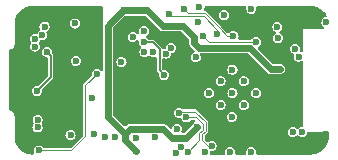
<source format=gbr>
%TF.GenerationSoftware,KiCad,Pcbnew,(6.0.4)*%
%TF.CreationDate,2022-08-13T13:22:29+02:00*%
%TF.ProjectId,mta1_usb,6d746131-5f75-4736-922e-6b696361645f,rev?*%
%TF.SameCoordinates,Original*%
%TF.FileFunction,Copper,L3,Inr*%
%TF.FilePolarity,Positive*%
%FSLAX46Y46*%
G04 Gerber Fmt 4.6, Leading zero omitted, Abs format (unit mm)*
G04 Created by KiCad (PCBNEW (6.0.4)) date 2022-08-13 13:22:29*
%MOMM*%
%LPD*%
G01*
G04 APERTURE LIST*
%TA.AperFunction,ViaPad*%
%ADD10C,0.600000*%
%TD*%
%TA.AperFunction,Conductor*%
%ADD11C,0.125000*%
%TD*%
%TA.AperFunction,Conductor*%
%ADD12C,0.600000*%
%TD*%
%TA.AperFunction,Conductor*%
%ADD13C,0.200000*%
%TD*%
G04 APERTURE END LIST*
D10*
%TO.N,GND*%
X108951563Y-98787032D03*
X113700000Y-91262489D03*
X126850000Y-89100000D03*
X109499292Y-92457430D03*
X105643750Y-92350000D03*
X116550000Y-100100000D03*
X102200000Y-90500000D03*
X107017510Y-95517510D03*
X112200000Y-91600000D03*
X117900000Y-96100000D03*
X116900000Y-95100000D03*
X114190950Y-98140450D03*
X110450000Y-90350000D03*
X116107816Y-87836928D03*
X119850000Y-94100000D03*
X118900000Y-93100000D03*
X102800000Y-90200000D03*
X102987526Y-89456771D03*
X124200000Y-91350000D03*
X102200000Y-91150000D03*
X114136045Y-100136045D03*
X111450000Y-91600000D03*
X113250000Y-91750000D03*
X114521610Y-99650000D03*
X117900000Y-94100000D03*
X105593750Y-89200000D03*
X118900000Y-95100000D03*
X122700000Y-89500000D03*
X105191730Y-98653959D03*
X120500000Y-87950000D03*
X119850000Y-96100000D03*
X102400000Y-98000000D03*
X102400000Y-97350000D03*
X124500000Y-92000000D03*
X120900000Y-95100000D03*
X111400000Y-89850000D03*
X115800000Y-92050000D03*
X118850000Y-97100000D03*
%TO.N,+5V*%
X105543750Y-88200000D03*
X105593750Y-91250000D03*
X102500000Y-91950000D03*
X103500000Y-98000000D03*
X102300000Y-92650000D03*
X102350000Y-95700000D03*
X102800000Y-88050000D03*
X102350000Y-96450000D03*
%TO.N,+3V3*%
X114700000Y-93400000D03*
X123371981Y-90871981D03*
X111400000Y-88850000D03*
X119365412Y-89676255D03*
X107200000Y-98550000D03*
X123522528Y-93677472D03*
X116836928Y-98892184D03*
X109550000Y-96150000D03*
X114599988Y-90338489D03*
X109543750Y-91350000D03*
X109350000Y-97050000D03*
X109400000Y-95350000D03*
X120050000Y-90000000D03*
X126850000Y-98600000D03*
X113700000Y-90150000D03*
%TO.N,+2V5*%
X111400000Y-90800000D03*
X113100000Y-93550000D03*
X108100000Y-98800000D03*
%TO.N,+1V2*%
X122900238Y-93064220D03*
X115875683Y-97957964D03*
X110732513Y-99969111D03*
X109750000Y-88100000D03*
%TO.N,APP_CDONE*%
X122750000Y-90450000D03*
%TO.N,APP_CRESET*%
X116400000Y-90250000D03*
X120896377Y-90771778D03*
%TO.N,APP_ICE_SCK*%
X113500000Y-88388000D03*
X117562000Y-90050000D03*
%TO.N,SPI_VCC_OK*%
X107400000Y-93450000D03*
X102500000Y-99950000D03*
%TO.N,TX*%
X110707631Y-98894377D03*
%TO.N,Net-(P1-PadA5)*%
X102346800Y-94903200D03*
X103206258Y-91637342D03*
%TO.N,APP_ICE_SS*%
X118183368Y-88496982D03*
%TO.N,APP_ICE_MOSI*%
X115986240Y-89094334D03*
%TO.N,APP_ICE_MISO*%
X118984579Y-90263000D03*
X114756811Y-87993272D03*
%TO.N,RX*%
X112300000Y-98850000D03*
%TO.N,RTS*%
X115001531Y-97152723D03*
X115150000Y-100050000D03*
%TO.N,CTS*%
X117134427Y-99569435D03*
X114400000Y-96762000D03*
%TO.N,APP_GPIO1*%
X118700000Y-100050000D03*
%TO.N,APP_GPIO2*%
X120500000Y-100050000D03*
%TO.N,APP_GPIO3*%
X124000000Y-98400500D03*
%TO.N,APP_GPIO4*%
X124796800Y-98396800D03*
%TD*%
D11*
%TO.N,CTS*%
X115765712Y-96665712D02*
X114496288Y-96665712D01*
X116349917Y-98600083D02*
X116650000Y-98300000D01*
X116650000Y-97550000D02*
X115765712Y-96665712D01*
X116349917Y-99093912D02*
X116349917Y-98600083D01*
X116650000Y-98300000D02*
X116650000Y-97550000D01*
X116825440Y-99569435D02*
X116349917Y-99093912D01*
X117134427Y-99569435D02*
X116825440Y-99569435D01*
X114496288Y-96665712D02*
X114400000Y-96762000D01*
%TO.N,RTS*%
X115852723Y-97152723D02*
X115001531Y-97152723D01*
X116400000Y-98197126D02*
X116400000Y-97700000D01*
X116400000Y-97700000D02*
X115852723Y-97152723D01*
X116100397Y-99099603D02*
X116100398Y-98496728D01*
X116100398Y-98496728D02*
X116400000Y-98197126D01*
X115150000Y-100050000D02*
X116100397Y-99099603D01*
D12*
%TO.N,+1V2*%
X110224511Y-98125489D02*
X109800000Y-98550000D01*
X113800000Y-98900000D02*
X113025489Y-98125489D01*
X113025489Y-98125489D02*
X110224511Y-98125489D01*
X114933647Y-98900000D02*
X113800000Y-98900000D01*
X115875683Y-97957964D02*
X114933647Y-98900000D01*
X108350000Y-89400000D02*
X109650000Y-88100000D01*
X108350000Y-97100000D02*
X108350000Y-89400000D01*
X109800000Y-98550000D02*
X108350000Y-97100000D01*
X109650000Y-88100000D02*
X109750000Y-88100000D01*
D11*
%TO.N,SPI_VCC_OK*%
X106450000Y-98750000D02*
X105250000Y-99950000D01*
X107400000Y-93450000D02*
X106450000Y-94400000D01*
X105250000Y-99950000D02*
X102500000Y-99950000D01*
X106450000Y-94400000D02*
X106450000Y-98750000D01*
D12*
%TO.N,+1V2*%
X109800000Y-99036598D02*
X109800000Y-98550000D01*
X110732513Y-99969111D02*
X109800000Y-99036598D01*
D11*
%TO.N,APP_ICE_MISO*%
X117811519Y-89610780D02*
X117811519Y-89608645D01*
X118463739Y-90263000D02*
X117811519Y-89610780D01*
X116552874Y-88350000D02*
X115113539Y-88350000D01*
X118984579Y-90263000D02*
X118463739Y-90263000D01*
X117811519Y-89608645D02*
X116552874Y-88350000D01*
X115113539Y-88350000D02*
X114756811Y-87993272D01*
%TO.N,APP_ICE_SCK*%
X117562000Y-89712000D02*
X116457323Y-88607323D01*
X117562000Y-90050000D02*
X117562000Y-89712000D01*
X116457323Y-88607323D02*
X113719323Y-88607323D01*
X113719323Y-88607323D02*
X113500000Y-88388000D01*
D13*
%TO.N,+2V5*%
X112141772Y-90800000D02*
X111400000Y-90800000D01*
X112724511Y-93174511D02*
X112724511Y-91382739D01*
X112724511Y-91382739D02*
X112141772Y-90800000D01*
X113100000Y-93550000D02*
X112724511Y-93174511D01*
D12*
%TO.N,+1V2*%
X114725489Y-89425489D02*
X115650000Y-90350000D01*
X113025489Y-89425489D02*
X114725489Y-89425489D01*
X115650000Y-90850000D02*
X116050000Y-91250000D01*
X111700000Y-88100000D02*
X113025489Y-89425489D01*
X115650000Y-90350000D02*
X115650000Y-90850000D01*
X109750000Y-88100000D02*
X111700000Y-88100000D01*
X122164220Y-93064220D02*
X122900238Y-93064220D01*
X120350000Y-91250000D02*
X122164220Y-93064220D01*
X116050000Y-91250000D02*
X120350000Y-91250000D01*
D11*
%TO.N,APP_CRESET*%
X116900000Y-90750000D02*
X116400000Y-90250000D01*
X120874599Y-90750000D02*
X116900000Y-90750000D01*
X120896377Y-90771778D02*
X120874599Y-90750000D01*
D13*
%TO.N,Net-(P1-PadA5)*%
X103500000Y-93750000D02*
X102346800Y-94903200D01*
X103500000Y-91931084D02*
X103500000Y-93750000D01*
X103206258Y-91637342D02*
X103500000Y-91931084D01*
%TD*%
%TA.AperFunction,Conductor*%
%TO.N,+5V*%
G36*
X107892121Y-87720502D02*
G01*
X107938614Y-87774158D01*
X107950000Y-87826500D01*
X107950000Y-89222025D01*
X107944076Y-89259425D01*
X107940281Y-89266874D01*
X107938264Y-89279610D01*
X107936528Y-89290570D01*
X107931914Y-89309790D01*
X107924500Y-89332607D01*
X107924500Y-93068562D01*
X107904498Y-93136683D01*
X107850842Y-93183176D01*
X107780568Y-93193280D01*
X107715988Y-93163786D01*
X107709405Y-93157657D01*
X107653220Y-93101472D01*
X107533126Y-93040281D01*
X107523337Y-93038731D01*
X107523335Y-93038730D01*
X107409793Y-93020747D01*
X107400000Y-93019196D01*
X107390207Y-93020747D01*
X107276665Y-93038730D01*
X107276663Y-93038731D01*
X107266874Y-93040281D01*
X107146780Y-93101472D01*
X107051472Y-93196780D01*
X106990281Y-93316874D01*
X106969196Y-93450000D01*
X106970747Y-93459793D01*
X106981704Y-93528972D01*
X106972604Y-93599383D01*
X106946350Y-93637778D01*
X106340166Y-94243962D01*
X106339628Y-94244442D01*
X106329957Y-94249086D01*
X106321096Y-94260166D01*
X106321095Y-94260167D01*
X106314013Y-94269023D01*
X106309120Y-94274490D01*
X106307078Y-94277050D01*
X106302076Y-94282052D01*
X106298312Y-94288041D01*
X106295921Y-94291038D01*
X106292047Y-94296490D01*
X106276387Y-94316072D01*
X106273902Y-94326879D01*
X106268002Y-94336266D01*
X106266408Y-94350364D01*
X106265187Y-94361162D01*
X106264012Y-94368037D01*
X106263598Y-94371688D01*
X106262000Y-94378637D01*
X106262000Y-94385771D01*
X106261607Y-94389235D01*
X106261202Y-94396411D01*
X106258366Y-94421495D01*
X106261952Y-94431763D01*
X106262000Y-94432625D01*
X106262000Y-98619938D01*
X106241998Y-98688059D01*
X106225095Y-98709033D01*
X105209033Y-99725095D01*
X105146721Y-99759121D01*
X105119938Y-99762000D01*
X102958195Y-99762000D01*
X102890074Y-99741998D01*
X102856259Y-99710061D01*
X102853032Y-99705619D01*
X102848528Y-99696780D01*
X102753220Y-99601472D01*
X102633126Y-99540281D01*
X102623337Y-99538731D01*
X102623335Y-99538730D01*
X102509793Y-99520747D01*
X102500000Y-99519196D01*
X102490207Y-99520747D01*
X102376665Y-99538730D01*
X102376663Y-99538731D01*
X102366874Y-99540281D01*
X102246780Y-99601472D01*
X102151472Y-99696780D01*
X102090281Y-99816874D01*
X102088731Y-99826663D01*
X102088730Y-99826665D01*
X102072850Y-99926931D01*
X102069196Y-99950000D01*
X102070747Y-99959793D01*
X102088251Y-100070306D01*
X102090281Y-100083126D01*
X102094782Y-100091959D01*
X102094783Y-100091963D01*
X102105411Y-100112822D01*
X102118515Y-100182599D01*
X102091814Y-100248384D01*
X102033786Y-100289289D01*
X102005038Y-100293886D01*
X102005171Y-100294896D01*
X101993115Y-100296483D01*
X101967780Y-100297247D01*
X101917450Y-100293687D01*
X101788086Y-100284535D01*
X101770281Y-100281988D01*
X101571855Y-100238951D01*
X101554584Y-100233890D01*
X101364317Y-100163025D01*
X101347944Y-100155555D01*
X101304974Y-100132109D01*
X101169713Y-100058305D01*
X101154581Y-100048585D01*
X100992017Y-99926931D01*
X100978415Y-99915146D01*
X100834854Y-99771585D01*
X100823069Y-99757983D01*
X100772018Y-99689765D01*
X100701415Y-99595419D01*
X100691695Y-99580287D01*
X100594445Y-99402056D01*
X100586975Y-99385683D01*
X100516110Y-99195416D01*
X100511049Y-99178146D01*
X100490795Y-99084763D01*
X100468012Y-98979719D01*
X100465464Y-98961909D01*
X100462089Y-98914190D01*
X100453210Y-98788682D01*
X100453840Y-98773797D01*
X100453588Y-98773794D01*
X100453706Y-98764814D01*
X100455094Y-98755947D01*
X100453748Y-98745581D01*
X100451550Y-98728664D01*
X100450500Y-98712433D01*
X100450500Y-98653959D01*
X104760926Y-98653959D01*
X104762477Y-98663752D01*
X104777660Y-98759611D01*
X104782011Y-98787085D01*
X104843202Y-98907179D01*
X104938510Y-99002487D01*
X105058604Y-99063678D01*
X105068393Y-99065228D01*
X105068395Y-99065229D01*
X105181937Y-99083212D01*
X105191730Y-99084763D01*
X105201523Y-99083212D01*
X105315065Y-99065229D01*
X105315067Y-99065228D01*
X105324856Y-99063678D01*
X105444950Y-99002487D01*
X105540258Y-98907179D01*
X105601449Y-98787085D01*
X105605801Y-98759611D01*
X105620983Y-98663752D01*
X105622534Y-98653959D01*
X105601449Y-98520833D01*
X105540258Y-98400739D01*
X105444950Y-98305431D01*
X105324856Y-98244240D01*
X105315067Y-98242690D01*
X105315065Y-98242689D01*
X105201523Y-98224706D01*
X105191730Y-98223155D01*
X105181937Y-98224706D01*
X105068395Y-98242689D01*
X105068393Y-98242690D01*
X105058604Y-98244240D01*
X104938510Y-98305431D01*
X104843202Y-98400739D01*
X104782011Y-98520833D01*
X104760926Y-98653959D01*
X100450500Y-98653959D01*
X100450500Y-98000000D01*
X101969196Y-98000000D01*
X101970747Y-98009793D01*
X101988075Y-98119196D01*
X101990281Y-98133126D01*
X102051472Y-98253220D01*
X102146780Y-98348528D01*
X102266874Y-98409719D01*
X102276663Y-98411269D01*
X102276665Y-98411270D01*
X102390207Y-98429253D01*
X102400000Y-98430804D01*
X102409793Y-98429253D01*
X102523335Y-98411270D01*
X102523337Y-98411269D01*
X102533126Y-98409719D01*
X102653220Y-98348528D01*
X102748528Y-98253220D01*
X102809719Y-98133126D01*
X102811926Y-98119196D01*
X102829253Y-98009793D01*
X102830804Y-98000000D01*
X102809719Y-97866874D01*
X102748528Y-97746780D01*
X102746858Y-97745110D01*
X102724410Y-97682194D01*
X102740489Y-97613043D01*
X102743697Y-97608051D01*
X102748528Y-97603220D01*
X102809719Y-97483126D01*
X102813520Y-97459131D01*
X102829253Y-97359793D01*
X102830804Y-97350000D01*
X102822185Y-97295581D01*
X102811270Y-97226665D01*
X102811269Y-97226663D01*
X102809719Y-97216874D01*
X102748528Y-97096780D01*
X102653220Y-97001472D01*
X102533126Y-96940281D01*
X102523337Y-96938731D01*
X102523335Y-96938730D01*
X102409793Y-96920747D01*
X102400000Y-96919196D01*
X102390207Y-96920747D01*
X102276665Y-96938730D01*
X102276663Y-96938731D01*
X102266874Y-96940281D01*
X102146780Y-97001472D01*
X102051472Y-97096780D01*
X101990281Y-97216874D01*
X101988731Y-97226663D01*
X101988730Y-97226665D01*
X101977815Y-97295581D01*
X101969196Y-97350000D01*
X101970747Y-97359793D01*
X101986481Y-97459131D01*
X101990281Y-97483126D01*
X102051472Y-97603220D01*
X102053142Y-97604890D01*
X102075590Y-97667806D01*
X102059511Y-97736957D01*
X102056303Y-97741949D01*
X102051472Y-97746780D01*
X101990281Y-97866874D01*
X101969196Y-98000000D01*
X100450500Y-98000000D01*
X100450500Y-97116055D01*
X100451839Y-97104353D01*
X100451319Y-97104312D01*
X100452058Y-97094921D01*
X100454185Y-97085745D01*
X100450815Y-97038150D01*
X100450500Y-97029252D01*
X100450500Y-97016150D01*
X100448886Y-97005414D01*
X100447801Y-96995582D01*
X100445282Y-96960013D01*
X100444617Y-96950616D01*
X100441217Y-96941829D01*
X100439355Y-96933498D01*
X100436849Y-96925351D01*
X100435449Y-96916038D01*
X100415933Y-96875396D01*
X100412006Y-96866321D01*
X100399136Y-96833055D01*
X100395739Y-96824274D01*
X100389909Y-96816879D01*
X100385682Y-96809468D01*
X100380885Y-96802409D01*
X100376809Y-96793921D01*
X100370418Y-96787007D01*
X100346200Y-96760807D01*
X100339779Y-96753288D01*
X100317705Y-96725288D01*
X100317702Y-96725285D01*
X100311872Y-96717890D01*
X100304126Y-96712537D01*
X100297902Y-96706692D01*
X100291248Y-96701361D01*
X100284854Y-96694444D01*
X100245862Y-96671796D01*
X100237509Y-96666495D01*
X100208178Y-96646223D01*
X100208177Y-96646222D01*
X100200431Y-96640869D01*
X100191452Y-96638029D01*
X100183781Y-96634271D01*
X100175854Y-96631132D01*
X100167713Y-96626404D01*
X100158546Y-96624279D01*
X100158543Y-96624278D01*
X100123793Y-96616224D01*
X100114250Y-96613613D01*
X100088006Y-96605313D01*
X100029087Y-96565701D01*
X100000938Y-96500523D01*
X100000000Y-96485178D01*
X100000000Y-94903200D01*
X101915996Y-94903200D01*
X101937081Y-95036326D01*
X101998272Y-95156420D01*
X102093580Y-95251728D01*
X102213674Y-95312919D01*
X102223463Y-95314469D01*
X102223465Y-95314470D01*
X102337007Y-95332453D01*
X102346800Y-95334004D01*
X102356593Y-95332453D01*
X102470135Y-95314470D01*
X102470137Y-95314469D01*
X102479926Y-95312919D01*
X102600020Y-95251728D01*
X102695328Y-95156420D01*
X102756519Y-95036326D01*
X102777604Y-94903200D01*
X102772347Y-94870010D01*
X102781446Y-94799599D01*
X102807701Y-94761204D01*
X103652928Y-93915977D01*
X103657712Y-93911436D01*
X103666359Y-93903650D01*
X103686509Y-93885507D01*
X103694755Y-93866985D01*
X103704183Y-93849622D01*
X103715226Y-93832618D01*
X103717298Y-93819537D01*
X103719080Y-93814894D01*
X103720114Y-93810028D01*
X103725500Y-93797932D01*
X103725500Y-93777666D01*
X103727051Y-93757955D01*
X103728151Y-93751011D01*
X103730222Y-93737935D01*
X103726795Y-93725146D01*
X103726102Y-93711918D01*
X103726576Y-93711893D01*
X103725500Y-93703723D01*
X103725500Y-92350000D01*
X105212946Y-92350000D01*
X105234031Y-92483126D01*
X105295222Y-92603220D01*
X105390530Y-92698528D01*
X105510624Y-92759719D01*
X105520413Y-92761269D01*
X105520415Y-92761270D01*
X105633957Y-92779253D01*
X105643750Y-92780804D01*
X105653543Y-92779253D01*
X105767085Y-92761270D01*
X105767087Y-92761269D01*
X105776876Y-92759719D01*
X105896970Y-92698528D01*
X105992278Y-92603220D01*
X106053469Y-92483126D01*
X106074554Y-92350000D01*
X106053469Y-92216874D01*
X105992278Y-92096780D01*
X105896970Y-92001472D01*
X105776876Y-91940281D01*
X105767087Y-91938731D01*
X105767085Y-91938730D01*
X105653543Y-91920747D01*
X105643750Y-91919196D01*
X105633957Y-91920747D01*
X105520415Y-91938730D01*
X105520413Y-91938731D01*
X105510624Y-91940281D01*
X105390530Y-92001472D01*
X105295222Y-92096780D01*
X105234031Y-92216874D01*
X105212946Y-92350000D01*
X103725500Y-92350000D01*
X103725500Y-91940292D01*
X103725673Y-91933698D01*
X103727007Y-91908247D01*
X103727007Y-91908246D01*
X103727700Y-91895020D01*
X103722954Y-91882658D01*
X103722954Y-91882655D01*
X103720436Y-91876096D01*
X103714820Y-91857137D01*
X103713361Y-91850271D01*
X103713360Y-91850269D01*
X103710607Y-91837316D01*
X103702822Y-91826601D01*
X103700797Y-91822053D01*
X103698091Y-91817886D01*
X103693346Y-91805525D01*
X103679017Y-91791196D01*
X103666175Y-91776160D01*
X103654898Y-91760638D01*
X103631040Y-91693770D01*
X103632386Y-91666870D01*
X103635511Y-91647138D01*
X103635511Y-91647134D01*
X103637062Y-91637342D01*
X103627862Y-91579253D01*
X103617528Y-91514007D01*
X103617527Y-91514005D01*
X103615977Y-91504216D01*
X103554786Y-91384122D01*
X103459478Y-91288814D01*
X103339384Y-91227623D01*
X103329595Y-91226073D01*
X103329593Y-91226072D01*
X103216051Y-91208089D01*
X103206258Y-91206538D01*
X103196465Y-91208089D01*
X103082923Y-91226072D01*
X103082921Y-91226073D01*
X103073132Y-91227623D01*
X102953038Y-91288814D01*
X102857730Y-91384122D01*
X102796539Y-91504216D01*
X102794989Y-91514005D01*
X102794988Y-91514007D01*
X102784654Y-91579253D01*
X102775454Y-91637342D01*
X102777005Y-91647135D01*
X102777006Y-91647138D01*
X102796539Y-91770468D01*
X102857730Y-91890562D01*
X102953038Y-91985870D01*
X103073132Y-92047061D01*
X103082921Y-92048611D01*
X103082923Y-92048612D01*
X103168211Y-92062120D01*
X103232364Y-92092532D01*
X103269891Y-92152801D01*
X103274500Y-92186569D01*
X103274500Y-93604403D01*
X103254498Y-93672524D01*
X103237596Y-93693498D01*
X102488796Y-94442299D01*
X102426483Y-94476324D01*
X102379990Y-94477653D01*
X102346800Y-94472396D01*
X102337007Y-94473947D01*
X102223465Y-94491930D01*
X102223463Y-94491931D01*
X102213674Y-94493481D01*
X102093580Y-94554672D01*
X101998272Y-94649980D01*
X101937081Y-94770074D01*
X101935531Y-94779863D01*
X101935530Y-94779865D01*
X101931296Y-94806601D01*
X101915996Y-94903200D01*
X100000000Y-94903200D01*
X100000000Y-91516342D01*
X100020002Y-91448221D01*
X100073658Y-91401728D01*
X100093603Y-91395026D01*
X100099384Y-91394617D01*
X100108168Y-91391218D01*
X100116498Y-91389356D01*
X100124648Y-91386849D01*
X100133962Y-91385449D01*
X100174604Y-91365933D01*
X100183679Y-91362006D01*
X100216945Y-91349136D01*
X100216944Y-91349136D01*
X100225726Y-91345739D01*
X100233121Y-91339909D01*
X100240532Y-91335682D01*
X100247591Y-91330885D01*
X100256079Y-91326809D01*
X100262993Y-91320418D01*
X100289193Y-91296200D01*
X100296712Y-91289779D01*
X100324712Y-91267705D01*
X100324715Y-91267702D01*
X100332110Y-91261872D01*
X100337463Y-91254126D01*
X100343308Y-91247902D01*
X100348639Y-91241248D01*
X100355556Y-91234854D01*
X100378204Y-91195862D01*
X100383505Y-91187509D01*
X100403777Y-91158178D01*
X100403778Y-91158177D01*
X100409131Y-91150431D01*
X100409267Y-91150000D01*
X101769196Y-91150000D01*
X101770747Y-91159793D01*
X101787839Y-91267705D01*
X101790281Y-91283126D01*
X101851472Y-91403220D01*
X101946780Y-91498528D01*
X102066874Y-91559719D01*
X102076663Y-91561269D01*
X102076665Y-91561270D01*
X102190207Y-91579253D01*
X102200000Y-91580804D01*
X102209793Y-91579253D01*
X102323335Y-91561270D01*
X102323337Y-91561269D01*
X102333126Y-91559719D01*
X102453220Y-91498528D01*
X102548528Y-91403220D01*
X102609719Y-91283126D01*
X102612162Y-91267705D01*
X102629253Y-91159793D01*
X102630804Y-91150000D01*
X102617970Y-91068970D01*
X102611270Y-91026665D01*
X102611269Y-91026663D01*
X102609719Y-91016874D01*
X102548528Y-90896780D01*
X102546858Y-90895110D01*
X102524410Y-90832194D01*
X102540489Y-90763043D01*
X102543697Y-90758051D01*
X102548528Y-90753220D01*
X102583463Y-90684657D01*
X102632212Y-90633042D01*
X102701127Y-90615976D01*
X102715437Y-90617411D01*
X102800000Y-90630804D01*
X102809793Y-90629253D01*
X102923335Y-90611270D01*
X102923337Y-90611269D01*
X102933126Y-90609719D01*
X103053220Y-90548528D01*
X103148528Y-90453220D01*
X103209719Y-90333126D01*
X103230804Y-90200000D01*
X103222405Y-90146972D01*
X103211270Y-90076665D01*
X103211269Y-90076663D01*
X103209719Y-90066874D01*
X103183463Y-90015343D01*
X103167508Y-89984028D01*
X103154404Y-89914251D01*
X103181105Y-89848467D01*
X103222573Y-89814559D01*
X103231911Y-89809801D01*
X103231913Y-89809800D01*
X103240746Y-89805299D01*
X103336054Y-89709991D01*
X103397245Y-89589897D01*
X103403085Y-89553028D01*
X103416779Y-89466564D01*
X103418330Y-89456771D01*
X103416369Y-89444388D01*
X103398796Y-89333436D01*
X103398795Y-89333434D01*
X103397245Y-89323645D01*
X103336054Y-89203551D01*
X103332503Y-89200000D01*
X105162946Y-89200000D01*
X105164497Y-89209793D01*
X105178842Y-89300362D01*
X105184031Y-89333126D01*
X105245222Y-89453220D01*
X105340530Y-89548528D01*
X105460624Y-89609719D01*
X105470413Y-89611269D01*
X105470415Y-89611270D01*
X105583957Y-89629253D01*
X105593750Y-89630804D01*
X105603543Y-89629253D01*
X105717085Y-89611270D01*
X105717087Y-89611269D01*
X105726876Y-89609719D01*
X105846970Y-89548528D01*
X105942278Y-89453220D01*
X106003469Y-89333126D01*
X106008659Y-89300362D01*
X106023003Y-89209793D01*
X106024554Y-89200000D01*
X106010021Y-89108243D01*
X106005020Y-89076665D01*
X106005019Y-89076663D01*
X106003469Y-89066874D01*
X105942278Y-88946780D01*
X105846970Y-88851472D01*
X105726876Y-88790281D01*
X105717087Y-88788731D01*
X105717085Y-88788730D01*
X105603543Y-88770747D01*
X105593750Y-88769196D01*
X105583957Y-88770747D01*
X105470415Y-88788730D01*
X105470413Y-88788731D01*
X105460624Y-88790281D01*
X105340530Y-88851472D01*
X105245222Y-88946780D01*
X105184031Y-89066874D01*
X105182481Y-89076663D01*
X105182480Y-89076665D01*
X105177479Y-89108243D01*
X105162946Y-89200000D01*
X103332503Y-89200000D01*
X103240746Y-89108243D01*
X103120652Y-89047052D01*
X103110863Y-89045502D01*
X103110861Y-89045501D01*
X102997319Y-89027518D01*
X102987526Y-89025967D01*
X102977733Y-89027518D01*
X102864191Y-89045501D01*
X102864189Y-89045502D01*
X102854400Y-89047052D01*
X102734306Y-89108243D01*
X102638998Y-89203551D01*
X102577807Y-89323645D01*
X102576257Y-89333434D01*
X102576256Y-89333436D01*
X102558683Y-89444388D01*
X102556722Y-89456771D01*
X102558273Y-89466564D01*
X102571968Y-89553028D01*
X102577807Y-89589897D01*
X102582308Y-89598730D01*
X102582309Y-89598733D01*
X102620018Y-89672743D01*
X102633122Y-89742520D01*
X102606421Y-89808304D01*
X102564953Y-89842212D01*
X102555615Y-89846970D01*
X102555613Y-89846971D01*
X102546780Y-89851472D01*
X102451472Y-89946780D01*
X102446972Y-89955611D01*
X102446971Y-89955613D01*
X102416537Y-90015343D01*
X102367788Y-90066958D01*
X102298873Y-90084024D01*
X102284563Y-90082589D01*
X102200000Y-90069196D01*
X102190207Y-90070747D01*
X102076665Y-90088730D01*
X102076663Y-90088731D01*
X102066874Y-90090281D01*
X101946780Y-90151472D01*
X101851472Y-90246780D01*
X101790281Y-90366874D01*
X101769196Y-90500000D01*
X101770747Y-90509793D01*
X101787565Y-90615976D01*
X101790281Y-90633126D01*
X101851472Y-90753220D01*
X101853142Y-90754890D01*
X101875590Y-90817806D01*
X101859511Y-90886957D01*
X101856303Y-90891949D01*
X101851472Y-90896780D01*
X101790281Y-91016874D01*
X101788731Y-91026663D01*
X101788730Y-91026665D01*
X101782030Y-91068970D01*
X101769196Y-91150000D01*
X100409267Y-91150000D01*
X100411971Y-91141452D01*
X100415729Y-91133781D01*
X100418868Y-91125854D01*
X100423596Y-91117713D01*
X100425721Y-91108546D01*
X100425722Y-91108543D01*
X100433776Y-91073793D01*
X100436387Y-91064249D01*
X100447815Y-91028115D01*
X100449980Y-91021270D01*
X100450500Y-91014663D01*
X100450500Y-91012193D01*
X100450531Y-91011401D01*
X100451482Y-91004325D01*
X100451319Y-91004312D01*
X100452058Y-90994921D01*
X100454185Y-90985745D01*
X100450815Y-90938150D01*
X100450500Y-90929252D01*
X100450500Y-89298376D01*
X100452246Y-89277472D01*
X100454190Y-89265917D01*
X100454997Y-89261120D01*
X100455133Y-89250000D01*
X100453958Y-89241795D01*
X100453007Y-89214949D01*
X100465629Y-89038474D01*
X100468188Y-89020680D01*
X100511352Y-88822259D01*
X100516416Y-88805010D01*
X100587376Y-88614756D01*
X100594845Y-88598402D01*
X100692159Y-88420186D01*
X100701878Y-88405063D01*
X100722741Y-88377194D01*
X100823568Y-88242504D01*
X100835341Y-88228918D01*
X100978918Y-88085341D01*
X100992504Y-88073568D01*
X101155063Y-87951878D01*
X101170183Y-87942161D01*
X101348405Y-87844843D01*
X101364752Y-87837378D01*
X101530799Y-87775446D01*
X101555010Y-87766416D01*
X101572259Y-87761352D01*
X101770680Y-87718188D01*
X101788474Y-87715629D01*
X101961696Y-87703240D01*
X101976590Y-87703858D01*
X101976593Y-87703608D01*
X101985569Y-87703718D01*
X101994440Y-87705099D01*
X102003342Y-87703935D01*
X102003345Y-87703935D01*
X102021473Y-87701564D01*
X102037810Y-87700500D01*
X107824000Y-87700500D01*
X107892121Y-87720502D01*
G37*
%TD.AperFunction*%
%TD*%
%TA.AperFunction,Conductor*%
%TO.N,+3V3*%
G36*
X120029306Y-87720502D02*
G01*
X120075799Y-87774158D01*
X120085634Y-87846210D01*
X120074645Y-87915595D01*
X120069196Y-87950000D01*
X120070747Y-87959793D01*
X120087597Y-88066178D01*
X120090281Y-88083126D01*
X120151472Y-88203220D01*
X120246780Y-88298528D01*
X120366874Y-88359719D01*
X120376663Y-88361269D01*
X120376665Y-88361270D01*
X120490207Y-88379253D01*
X120500000Y-88380804D01*
X120509793Y-88379253D01*
X120623335Y-88361270D01*
X120623337Y-88361269D01*
X120633126Y-88359719D01*
X120753220Y-88298528D01*
X120848528Y-88203220D01*
X120909719Y-88083126D01*
X120912404Y-88066178D01*
X120929253Y-87959793D01*
X120930804Y-87950000D01*
X120925355Y-87915595D01*
X120914366Y-87846210D01*
X120923466Y-87775799D01*
X120969188Y-87721485D01*
X121038815Y-87700500D01*
X125455152Y-87700500D01*
X125474536Y-87702000D01*
X125485567Y-87703718D01*
X125485571Y-87703718D01*
X125494440Y-87705099D01*
X125506517Y-87703520D01*
X125531837Y-87702777D01*
X125659194Y-87711886D01*
X125711526Y-87715629D01*
X125729320Y-87718188D01*
X125927741Y-87761352D01*
X125944990Y-87766416D01*
X125988028Y-87782468D01*
X126135248Y-87837378D01*
X126151595Y-87844843D01*
X126329817Y-87942161D01*
X126344937Y-87951878D01*
X126507496Y-88073568D01*
X126521082Y-88085341D01*
X126664659Y-88228918D01*
X126676432Y-88242504D01*
X126693022Y-88264666D01*
X126793862Y-88399372D01*
X126798122Y-88405063D01*
X126807837Y-88420179D01*
X126849775Y-88496982D01*
X126850684Y-88498647D01*
X126865775Y-88568021D01*
X126840964Y-88634541D01*
X126784128Y-88677088D01*
X126759807Y-88683481D01*
X126726665Y-88688730D01*
X126726663Y-88688731D01*
X126716874Y-88690281D01*
X126596780Y-88751472D01*
X126501472Y-88846780D01*
X126440281Y-88966874D01*
X126438731Y-88976663D01*
X126438730Y-88976665D01*
X126428439Y-89041640D01*
X126419196Y-89100000D01*
X126420747Y-89109793D01*
X126426636Y-89146972D01*
X126440281Y-89233126D01*
X126501472Y-89353220D01*
X126596780Y-89448528D01*
X126615252Y-89457940D01*
X126622696Y-89461733D01*
X126674311Y-89510482D01*
X126691377Y-89579397D01*
X126668476Y-89646598D01*
X126612878Y-89690750D01*
X126565493Y-89700000D01*
X124900000Y-89700000D01*
X124900000Y-91520647D01*
X124879998Y-91588768D01*
X124826342Y-91635261D01*
X124756068Y-91645365D01*
X124716799Y-91632915D01*
X124677328Y-91612803D01*
X124625714Y-91564056D01*
X124608648Y-91495141D01*
X124610083Y-91480826D01*
X124611270Y-91473335D01*
X124630804Y-91350000D01*
X124628215Y-91333656D01*
X124611270Y-91226665D01*
X124611269Y-91226663D01*
X124609719Y-91216874D01*
X124548528Y-91096780D01*
X124453220Y-91001472D01*
X124333126Y-90940281D01*
X124323337Y-90938731D01*
X124323335Y-90938730D01*
X124209793Y-90920747D01*
X124200000Y-90919196D01*
X124190207Y-90920747D01*
X124076665Y-90938730D01*
X124076663Y-90938731D01*
X124066874Y-90940281D01*
X123946780Y-91001472D01*
X123851472Y-91096780D01*
X123790281Y-91216874D01*
X123788731Y-91226663D01*
X123788730Y-91226665D01*
X123771785Y-91333656D01*
X123769196Y-91350000D01*
X123790281Y-91483126D01*
X123851472Y-91603220D01*
X123946780Y-91698528D01*
X123955613Y-91703029D01*
X123955615Y-91703030D01*
X124022670Y-91737196D01*
X124074286Y-91785944D01*
X124091352Y-91854859D01*
X124089917Y-91869169D01*
X124069196Y-92000000D01*
X124070747Y-92009793D01*
X124087555Y-92115913D01*
X124090281Y-92133126D01*
X124151472Y-92253220D01*
X124246780Y-92348528D01*
X124366874Y-92409719D01*
X124376663Y-92411269D01*
X124376665Y-92411270D01*
X124490207Y-92429253D01*
X124500000Y-92430804D01*
X124509793Y-92429253D01*
X124623335Y-92411270D01*
X124623337Y-92411269D01*
X124633126Y-92409719D01*
X124716798Y-92367086D01*
X124786573Y-92353982D01*
X124852358Y-92380682D01*
X124893265Y-92438709D01*
X124900000Y-92479353D01*
X124900000Y-97842036D01*
X124879998Y-97910157D01*
X124826342Y-97956650D01*
X124793711Y-97966485D01*
X124673465Y-97985530D01*
X124673463Y-97985531D01*
X124663674Y-97987081D01*
X124543580Y-98048272D01*
X124485645Y-98106207D01*
X124423333Y-98140233D01*
X124352518Y-98135168D01*
X124307455Y-98106207D01*
X124253220Y-98051972D01*
X124133126Y-97990781D01*
X124123337Y-97989231D01*
X124123335Y-97989230D01*
X124009793Y-97971247D01*
X124000000Y-97969696D01*
X123990207Y-97971247D01*
X123876665Y-97989230D01*
X123876663Y-97989231D01*
X123866874Y-97990781D01*
X123746780Y-98051972D01*
X123651472Y-98147280D01*
X123590281Y-98267374D01*
X123588731Y-98277163D01*
X123588730Y-98277165D01*
X123570747Y-98390707D01*
X123569196Y-98400500D01*
X123570747Y-98410293D01*
X123575426Y-98439832D01*
X123590281Y-98533626D01*
X123651472Y-98653720D01*
X123746780Y-98749028D01*
X123866874Y-98810219D01*
X123876663Y-98811769D01*
X123876665Y-98811770D01*
X123990207Y-98829753D01*
X124000000Y-98831304D01*
X124009793Y-98829753D01*
X124123335Y-98811770D01*
X124123337Y-98811769D01*
X124133126Y-98810219D01*
X124253220Y-98749028D01*
X124311155Y-98691093D01*
X124373467Y-98657067D01*
X124444282Y-98662132D01*
X124489345Y-98691093D01*
X124543580Y-98745328D01*
X124663674Y-98806519D01*
X124673463Y-98808069D01*
X124673465Y-98808070D01*
X124787007Y-98826053D01*
X124796800Y-98827604D01*
X124806593Y-98826053D01*
X124920135Y-98808070D01*
X124920137Y-98808069D01*
X124929926Y-98806519D01*
X125050020Y-98745328D01*
X125145328Y-98650020D01*
X125206519Y-98529926D01*
X125218182Y-98456289D01*
X125248595Y-98392136D01*
X125308863Y-98354609D01*
X125342631Y-98350000D01*
X126923500Y-98350000D01*
X126991621Y-98370002D01*
X127038114Y-98423658D01*
X127049500Y-98476000D01*
X127049500Y-98705152D01*
X127048000Y-98724536D01*
X127046282Y-98735567D01*
X127046282Y-98735571D01*
X127044901Y-98744440D01*
X127046480Y-98756517D01*
X127047223Y-98781837D01*
X127039874Y-98884584D01*
X127034371Y-98961526D01*
X127031812Y-98979320D01*
X126988648Y-99177741D01*
X126983584Y-99194990D01*
X126968328Y-99235894D01*
X126919238Y-99367512D01*
X126912624Y-99385244D01*
X126905157Y-99401595D01*
X126809953Y-99575947D01*
X126807841Y-99579814D01*
X126798124Y-99594934D01*
X126721740Y-99696972D01*
X126676432Y-99757496D01*
X126664659Y-99771082D01*
X126521082Y-99914659D01*
X126507495Y-99926432D01*
X126360457Y-100036504D01*
X126344937Y-100048122D01*
X126329817Y-100057839D01*
X126151595Y-100155157D01*
X126135248Y-100162622D01*
X126018503Y-100206166D01*
X125944990Y-100233584D01*
X125927741Y-100238648D01*
X125729320Y-100281812D01*
X125711526Y-100284371D01*
X125538304Y-100296760D01*
X125523410Y-100296142D01*
X125523407Y-100296392D01*
X125514431Y-100296282D01*
X125505560Y-100294901D01*
X125496658Y-100296065D01*
X125496655Y-100296065D01*
X125478527Y-100298436D01*
X125462190Y-100299500D01*
X121038815Y-100299500D01*
X120970694Y-100279498D01*
X120924201Y-100225842D01*
X120914366Y-100153790D01*
X120929253Y-100059794D01*
X120929253Y-100059793D01*
X120930804Y-100050000D01*
X120929100Y-100039240D01*
X120911270Y-99926665D01*
X120911269Y-99926663D01*
X120909719Y-99916874D01*
X120848528Y-99796780D01*
X120753220Y-99701472D01*
X120633126Y-99640281D01*
X120623337Y-99638731D01*
X120623335Y-99638730D01*
X120509793Y-99620747D01*
X120500000Y-99619196D01*
X120490207Y-99620747D01*
X120376665Y-99638730D01*
X120376663Y-99638731D01*
X120366874Y-99640281D01*
X120246780Y-99701472D01*
X120151472Y-99796780D01*
X120090281Y-99916874D01*
X120088731Y-99926663D01*
X120088730Y-99926665D01*
X120070900Y-100039240D01*
X120069196Y-100050000D01*
X120070747Y-100059793D01*
X120070747Y-100059794D01*
X120085634Y-100153790D01*
X120076534Y-100224201D01*
X120030812Y-100278515D01*
X119961185Y-100299500D01*
X119238815Y-100299500D01*
X119170694Y-100279498D01*
X119124201Y-100225842D01*
X119114366Y-100153790D01*
X119129253Y-100059794D01*
X119129253Y-100059793D01*
X119130804Y-100050000D01*
X119129100Y-100039240D01*
X119111270Y-99926665D01*
X119111269Y-99926663D01*
X119109719Y-99916874D01*
X119048528Y-99796780D01*
X118953220Y-99701472D01*
X118833126Y-99640281D01*
X118823337Y-99638731D01*
X118823335Y-99638730D01*
X118709793Y-99620747D01*
X118700000Y-99619196D01*
X118690207Y-99620747D01*
X118576665Y-99638730D01*
X118576663Y-99638731D01*
X118566874Y-99640281D01*
X118446780Y-99701472D01*
X118351472Y-99796780D01*
X118290281Y-99916874D01*
X118288731Y-99926663D01*
X118288730Y-99926665D01*
X118270900Y-100039240D01*
X118269196Y-100050000D01*
X118270747Y-100059793D01*
X118270747Y-100059794D01*
X118285634Y-100153790D01*
X118276534Y-100224201D01*
X118230812Y-100278515D01*
X118161185Y-100299500D01*
X117096734Y-100299500D01*
X117028613Y-100279498D01*
X116982120Y-100225842D01*
X116972285Y-100153789D01*
X116980267Y-100103393D01*
X117010680Y-100039240D01*
X117070948Y-100001713D01*
X117114716Y-99999211D01*
X117114716Y-99998688D01*
X117123869Y-99998688D01*
X117124429Y-99998656D01*
X117124631Y-99998688D01*
X117124634Y-99998688D01*
X117134427Y-100000239D01*
X117144220Y-99998688D01*
X117257762Y-99980705D01*
X117257764Y-99980704D01*
X117267553Y-99979154D01*
X117387647Y-99917963D01*
X117482955Y-99822655D01*
X117544146Y-99702561D01*
X117547768Y-99679696D01*
X117563680Y-99579228D01*
X117565231Y-99569435D01*
X117563680Y-99559642D01*
X117545697Y-99446100D01*
X117545696Y-99446098D01*
X117544146Y-99436309D01*
X117482955Y-99316215D01*
X117387647Y-99220907D01*
X117267553Y-99159716D01*
X117257764Y-99158166D01*
X117257762Y-99158165D01*
X117144220Y-99140182D01*
X117134427Y-99138631D01*
X117124634Y-99140182D01*
X117011092Y-99158165D01*
X117011090Y-99158166D01*
X117001301Y-99159716D01*
X116888018Y-99217436D01*
X116888014Y-99217438D01*
X116881207Y-99220907D01*
X116880759Y-99220027D01*
X116822336Y-99240872D01*
X116753184Y-99224790D01*
X116726049Y-99204172D01*
X116574822Y-99052945D01*
X116540796Y-98990633D01*
X116537917Y-98963850D01*
X116537917Y-98730146D01*
X116557919Y-98662025D01*
X116574822Y-98641050D01*
X116653393Y-98562480D01*
X116759841Y-98456032D01*
X116760372Y-98455558D01*
X116770043Y-98450914D01*
X116785983Y-98430982D01*
X116790883Y-98425507D01*
X116792920Y-98422953D01*
X116797924Y-98417949D01*
X116801687Y-98411961D01*
X116804087Y-98408952D01*
X116807973Y-98403484D01*
X116814752Y-98395008D01*
X116814752Y-98395007D01*
X116823613Y-98383928D01*
X116826098Y-98373123D01*
X116831998Y-98363735D01*
X116833592Y-98349637D01*
X116833593Y-98349633D01*
X116834814Y-98338835D01*
X116835988Y-98331963D01*
X116836403Y-98328309D01*
X116838000Y-98321363D01*
X116838000Y-98314236D01*
X116838392Y-98310782D01*
X116838797Y-98303592D01*
X116840039Y-98292604D01*
X116841633Y-98278505D01*
X116838048Y-98268240D01*
X116838000Y-98267378D01*
X116838000Y-97582660D01*
X116838040Y-97581951D01*
X116841595Y-97571829D01*
X116838773Y-97546469D01*
X116838366Y-97539128D01*
X116838000Y-97535878D01*
X116838000Y-97528804D01*
X116836426Y-97521906D01*
X116835995Y-97518076D01*
X116834879Y-97511478D01*
X116834242Y-97505751D01*
X116832109Y-97486583D01*
X116826225Y-97477185D01*
X116823759Y-97466375D01*
X116808140Y-97446774D01*
X116804112Y-97441085D01*
X116801827Y-97438216D01*
X116798042Y-97432170D01*
X116792997Y-97427125D01*
X116790825Y-97424397D01*
X116786043Y-97419044D01*
X116779148Y-97410391D01*
X116770306Y-97399295D01*
X116760512Y-97394571D01*
X116759863Y-97393991D01*
X116465872Y-97100000D01*
X118419196Y-97100000D01*
X118420747Y-97109793D01*
X118433895Y-97192804D01*
X118440281Y-97233126D01*
X118501472Y-97353220D01*
X118596780Y-97448528D01*
X118716874Y-97509719D01*
X118726663Y-97511269D01*
X118726665Y-97511270D01*
X118840207Y-97529253D01*
X118850000Y-97530804D01*
X118859793Y-97529253D01*
X118973335Y-97511270D01*
X118973337Y-97511269D01*
X118983126Y-97509719D01*
X119103220Y-97448528D01*
X119198528Y-97353220D01*
X119259719Y-97233126D01*
X119266106Y-97192804D01*
X119279253Y-97109793D01*
X119280804Y-97100000D01*
X119267376Y-97015220D01*
X119261270Y-96976665D01*
X119261269Y-96976663D01*
X119259719Y-96966874D01*
X119198528Y-96846780D01*
X119103220Y-96751472D01*
X118983126Y-96690281D01*
X118973337Y-96688731D01*
X118973335Y-96688730D01*
X118859793Y-96670747D01*
X118850000Y-96669196D01*
X118840207Y-96670747D01*
X118726665Y-96688730D01*
X118726663Y-96688731D01*
X118716874Y-96690281D01*
X118596780Y-96751472D01*
X118501472Y-96846780D01*
X118440281Y-96966874D01*
X118438731Y-96976663D01*
X118438730Y-96976665D01*
X118432624Y-97015220D01*
X118419196Y-97100000D01*
X116465872Y-97100000D01*
X115921750Y-96555878D01*
X115921270Y-96555340D01*
X115916626Y-96545669D01*
X115896689Y-96529725D01*
X115891222Y-96524832D01*
X115888662Y-96522790D01*
X115883660Y-96517788D01*
X115877671Y-96514024D01*
X115874674Y-96511633D01*
X115869222Y-96507759D01*
X115849640Y-96492099D01*
X115838833Y-96489614D01*
X115829446Y-96483714D01*
X115804551Y-96480899D01*
X115797675Y-96479724D01*
X115794024Y-96479310D01*
X115787075Y-96477712D01*
X115779941Y-96477712D01*
X115776477Y-96477319D01*
X115769301Y-96476914D01*
X115758318Y-96475672D01*
X115758317Y-96475672D01*
X115744217Y-96474078D01*
X115733949Y-96477664D01*
X115733087Y-96477712D01*
X114769650Y-96477712D01*
X114701529Y-96457710D01*
X114680555Y-96440807D01*
X114653220Y-96413472D01*
X114533126Y-96352281D01*
X114523337Y-96350731D01*
X114523335Y-96350730D01*
X114409793Y-96332747D01*
X114400000Y-96331196D01*
X114390207Y-96332747D01*
X114276665Y-96350730D01*
X114276663Y-96350731D01*
X114266874Y-96352281D01*
X114146780Y-96413472D01*
X114051472Y-96508780D01*
X113990281Y-96628874D01*
X113988731Y-96638663D01*
X113988730Y-96638665D01*
X113983649Y-96670747D01*
X113969196Y-96762000D01*
X113970747Y-96771793D01*
X113984023Y-96855612D01*
X113990281Y-96895126D01*
X114051472Y-97015220D01*
X114146780Y-97110528D01*
X114266874Y-97171719D01*
X114276663Y-97173269D01*
X114276665Y-97173270D01*
X114390207Y-97191253D01*
X114400000Y-97192804D01*
X114409793Y-97191253D01*
X114409794Y-97191253D01*
X114448934Y-97185054D01*
X114519345Y-97194154D01*
X114573659Y-97239876D01*
X114588477Y-97270566D01*
X114590261Y-97276056D01*
X114591812Y-97285849D01*
X114653003Y-97405943D01*
X114748311Y-97501251D01*
X114868405Y-97562442D01*
X114878194Y-97563992D01*
X114878196Y-97563993D01*
X114991738Y-97581976D01*
X115001531Y-97583527D01*
X115011324Y-97581976D01*
X115124866Y-97563993D01*
X115124868Y-97563992D01*
X115134657Y-97562442D01*
X115254751Y-97501251D01*
X115350059Y-97405943D01*
X115354563Y-97397104D01*
X115357790Y-97392662D01*
X115414012Y-97349308D01*
X115459726Y-97340723D01*
X115616749Y-97340723D01*
X115684870Y-97360725D01*
X115731363Y-97414381D01*
X115741467Y-97484655D01*
X115711973Y-97549235D01*
X115680238Y-97574071D01*
X115680102Y-97574115D01*
X115672079Y-97579944D01*
X115672077Y-97579945D01*
X115660695Y-97588215D01*
X115643842Y-97598543D01*
X115622463Y-97609436D01*
X114794303Y-98437596D01*
X114731991Y-98471621D01*
X114705208Y-98474500D01*
X114703907Y-98474500D01*
X114635786Y-98454498D01*
X114589293Y-98400842D01*
X114579189Y-98330568D01*
X114591639Y-98291299D01*
X114596168Y-98282410D01*
X114596168Y-98282409D01*
X114600669Y-98273576D01*
X114602238Y-98263674D01*
X114620203Y-98150243D01*
X114621754Y-98140450D01*
X114620203Y-98130657D01*
X114602220Y-98017115D01*
X114602219Y-98017113D01*
X114600669Y-98007324D01*
X114539478Y-97887230D01*
X114444170Y-97791922D01*
X114324076Y-97730731D01*
X114314287Y-97729181D01*
X114314285Y-97729180D01*
X114200743Y-97711197D01*
X114190950Y-97709646D01*
X114181157Y-97711197D01*
X114067615Y-97729180D01*
X114067613Y-97729181D01*
X114057824Y-97730731D01*
X113937730Y-97791922D01*
X113842422Y-97887230D01*
X113781231Y-98007324D01*
X113779680Y-98017115D01*
X113779256Y-98018421D01*
X113739182Y-98077027D01*
X113673786Y-98104664D01*
X113603829Y-98092557D01*
X113570328Y-98068580D01*
X113278709Y-97776961D01*
X113257326Y-97766066D01*
X113240480Y-97755742D01*
X113229093Y-97747469D01*
X113221070Y-97741640D01*
X113211639Y-97738576D01*
X113211636Y-97738574D01*
X113198252Y-97734225D01*
X113179991Y-97726661D01*
X113167453Y-97720273D01*
X113167452Y-97720273D01*
X113158615Y-97715770D01*
X113134918Y-97712017D01*
X113115699Y-97707403D01*
X113092882Y-97699989D01*
X110157118Y-97699989D01*
X110134301Y-97707403D01*
X110115082Y-97712017D01*
X110091385Y-97715770D01*
X110082548Y-97720273D01*
X110082547Y-97720273D01*
X110070009Y-97726661D01*
X110051748Y-97734225D01*
X110038362Y-97738575D01*
X110038361Y-97738576D01*
X110028930Y-97741640D01*
X110020910Y-97747467D01*
X110020908Y-97747468D01*
X110009523Y-97755740D01*
X109992670Y-97766068D01*
X109971291Y-97776961D01*
X109889095Y-97859157D01*
X109826783Y-97893183D01*
X109755968Y-97888118D01*
X109710905Y-97859157D01*
X108812405Y-96960657D01*
X108778379Y-96898345D01*
X108775500Y-96871562D01*
X108775500Y-96100000D01*
X117469196Y-96100000D01*
X117490281Y-96233126D01*
X117551472Y-96353220D01*
X117646780Y-96448528D01*
X117766874Y-96509719D01*
X117776663Y-96511269D01*
X117776665Y-96511270D01*
X117890207Y-96529253D01*
X117900000Y-96530804D01*
X117909793Y-96529253D01*
X118023335Y-96511270D01*
X118023337Y-96511269D01*
X118033126Y-96509719D01*
X118153220Y-96448528D01*
X118248528Y-96353220D01*
X118309719Y-96233126D01*
X118330804Y-96100000D01*
X119419196Y-96100000D01*
X119440281Y-96233126D01*
X119501472Y-96353220D01*
X119596780Y-96448528D01*
X119716874Y-96509719D01*
X119726663Y-96511269D01*
X119726665Y-96511270D01*
X119840207Y-96529253D01*
X119850000Y-96530804D01*
X119859793Y-96529253D01*
X119973335Y-96511270D01*
X119973337Y-96511269D01*
X119983126Y-96509719D01*
X120103220Y-96448528D01*
X120198528Y-96353220D01*
X120259719Y-96233126D01*
X120280804Y-96100000D01*
X120259719Y-95966874D01*
X120198528Y-95846780D01*
X120103220Y-95751472D01*
X119983126Y-95690281D01*
X119973337Y-95688731D01*
X119973335Y-95688730D01*
X119859793Y-95670747D01*
X119850000Y-95669196D01*
X119840207Y-95670747D01*
X119726665Y-95688730D01*
X119726663Y-95688731D01*
X119716874Y-95690281D01*
X119596780Y-95751472D01*
X119501472Y-95846780D01*
X119440281Y-95966874D01*
X119419196Y-96100000D01*
X118330804Y-96100000D01*
X118309719Y-95966874D01*
X118248528Y-95846780D01*
X118153220Y-95751472D01*
X118033126Y-95690281D01*
X118023337Y-95688731D01*
X118023335Y-95688730D01*
X117909793Y-95670747D01*
X117900000Y-95669196D01*
X117890207Y-95670747D01*
X117776665Y-95688730D01*
X117776663Y-95688731D01*
X117766874Y-95690281D01*
X117646780Y-95751472D01*
X117551472Y-95846780D01*
X117490281Y-95966874D01*
X117469196Y-96100000D01*
X108775500Y-96100000D01*
X108775500Y-95100000D01*
X116469196Y-95100000D01*
X116490281Y-95233126D01*
X116551472Y-95353220D01*
X116646780Y-95448528D01*
X116766874Y-95509719D01*
X116776663Y-95511269D01*
X116776665Y-95511270D01*
X116890207Y-95529253D01*
X116900000Y-95530804D01*
X116909793Y-95529253D01*
X117023335Y-95511270D01*
X117023337Y-95511269D01*
X117033126Y-95509719D01*
X117153220Y-95448528D01*
X117248528Y-95353220D01*
X117309719Y-95233126D01*
X117330804Y-95100000D01*
X118469196Y-95100000D01*
X118490281Y-95233126D01*
X118551472Y-95353220D01*
X118646780Y-95448528D01*
X118766874Y-95509719D01*
X118776663Y-95511269D01*
X118776665Y-95511270D01*
X118890207Y-95529253D01*
X118900000Y-95530804D01*
X118909793Y-95529253D01*
X119023335Y-95511270D01*
X119023337Y-95511269D01*
X119033126Y-95509719D01*
X119153220Y-95448528D01*
X119248528Y-95353220D01*
X119309719Y-95233126D01*
X119330804Y-95100000D01*
X120469196Y-95100000D01*
X120490281Y-95233126D01*
X120551472Y-95353220D01*
X120646780Y-95448528D01*
X120766874Y-95509719D01*
X120776663Y-95511269D01*
X120776665Y-95511270D01*
X120890207Y-95529253D01*
X120900000Y-95530804D01*
X120909793Y-95529253D01*
X121023335Y-95511270D01*
X121023337Y-95511269D01*
X121033126Y-95509719D01*
X121153220Y-95448528D01*
X121248528Y-95353220D01*
X121309719Y-95233126D01*
X121330804Y-95100000D01*
X121309719Y-94966874D01*
X121248528Y-94846780D01*
X121153220Y-94751472D01*
X121033126Y-94690281D01*
X121023337Y-94688731D01*
X121023335Y-94688730D01*
X120909793Y-94670747D01*
X120900000Y-94669196D01*
X120890207Y-94670747D01*
X120776665Y-94688730D01*
X120776663Y-94688731D01*
X120766874Y-94690281D01*
X120646780Y-94751472D01*
X120551472Y-94846780D01*
X120490281Y-94966874D01*
X120469196Y-95100000D01*
X119330804Y-95100000D01*
X119309719Y-94966874D01*
X119248528Y-94846780D01*
X119153220Y-94751472D01*
X119033126Y-94690281D01*
X119023337Y-94688731D01*
X119023335Y-94688730D01*
X118909793Y-94670747D01*
X118900000Y-94669196D01*
X118890207Y-94670747D01*
X118776665Y-94688730D01*
X118776663Y-94688731D01*
X118766874Y-94690281D01*
X118646780Y-94751472D01*
X118551472Y-94846780D01*
X118490281Y-94966874D01*
X118469196Y-95100000D01*
X117330804Y-95100000D01*
X117309719Y-94966874D01*
X117248528Y-94846780D01*
X117153220Y-94751472D01*
X117033126Y-94690281D01*
X117023337Y-94688731D01*
X117023335Y-94688730D01*
X116909793Y-94670747D01*
X116900000Y-94669196D01*
X116890207Y-94670747D01*
X116776665Y-94688730D01*
X116776663Y-94688731D01*
X116766874Y-94690281D01*
X116646780Y-94751472D01*
X116551472Y-94846780D01*
X116490281Y-94966874D01*
X116469196Y-95100000D01*
X108775500Y-95100000D01*
X108775500Y-94100000D01*
X117469196Y-94100000D01*
X117490281Y-94233126D01*
X117551472Y-94353220D01*
X117646780Y-94448528D01*
X117766874Y-94509719D01*
X117776663Y-94511269D01*
X117776665Y-94511270D01*
X117890207Y-94529253D01*
X117900000Y-94530804D01*
X117909793Y-94529253D01*
X118023335Y-94511270D01*
X118023337Y-94511269D01*
X118033126Y-94509719D01*
X118153220Y-94448528D01*
X118248528Y-94353220D01*
X118309719Y-94233126D01*
X118330804Y-94100000D01*
X119419196Y-94100000D01*
X119440281Y-94233126D01*
X119501472Y-94353220D01*
X119596780Y-94448528D01*
X119716874Y-94509719D01*
X119726663Y-94511269D01*
X119726665Y-94511270D01*
X119840207Y-94529253D01*
X119850000Y-94530804D01*
X119859793Y-94529253D01*
X119973335Y-94511270D01*
X119973337Y-94511269D01*
X119983126Y-94509719D01*
X120103220Y-94448528D01*
X120198528Y-94353220D01*
X120259719Y-94233126D01*
X120280804Y-94100000D01*
X120279253Y-94090207D01*
X120261270Y-93976665D01*
X120261269Y-93976663D01*
X120259719Y-93966874D01*
X120198528Y-93846780D01*
X120103220Y-93751472D01*
X119983126Y-93690281D01*
X119973337Y-93688731D01*
X119973335Y-93688730D01*
X119859793Y-93670747D01*
X119850000Y-93669196D01*
X119840207Y-93670747D01*
X119726665Y-93688730D01*
X119726663Y-93688731D01*
X119716874Y-93690281D01*
X119596780Y-93751472D01*
X119501472Y-93846780D01*
X119440281Y-93966874D01*
X119438731Y-93976663D01*
X119438730Y-93976665D01*
X119420747Y-94090207D01*
X119419196Y-94100000D01*
X118330804Y-94100000D01*
X118329253Y-94090207D01*
X118311270Y-93976665D01*
X118311269Y-93976663D01*
X118309719Y-93966874D01*
X118248528Y-93846780D01*
X118153220Y-93751472D01*
X118033126Y-93690281D01*
X118023337Y-93688731D01*
X118023335Y-93688730D01*
X117909793Y-93670747D01*
X117900000Y-93669196D01*
X117890207Y-93670747D01*
X117776665Y-93688730D01*
X117776663Y-93688731D01*
X117766874Y-93690281D01*
X117646780Y-93751472D01*
X117551472Y-93846780D01*
X117490281Y-93966874D01*
X117488731Y-93976663D01*
X117488730Y-93976665D01*
X117470747Y-94090207D01*
X117469196Y-94100000D01*
X108775500Y-94100000D01*
X108775500Y-92457430D01*
X109068488Y-92457430D01*
X109089573Y-92590556D01*
X109150764Y-92710650D01*
X109246072Y-92805958D01*
X109366166Y-92867149D01*
X109375955Y-92868699D01*
X109375957Y-92868700D01*
X109489499Y-92886683D01*
X109499292Y-92888234D01*
X109509085Y-92886683D01*
X109622627Y-92868700D01*
X109622629Y-92868699D01*
X109632418Y-92867149D01*
X109752512Y-92805958D01*
X109847820Y-92710650D01*
X109909011Y-92590556D01*
X109930096Y-92457430D01*
X109922539Y-92409719D01*
X109910562Y-92334095D01*
X109910561Y-92334093D01*
X109909011Y-92324304D01*
X109847820Y-92204210D01*
X109752512Y-92108902D01*
X109632418Y-92047711D01*
X109622629Y-92046161D01*
X109622627Y-92046160D01*
X109509085Y-92028177D01*
X109499292Y-92026626D01*
X109489499Y-92028177D01*
X109375957Y-92046160D01*
X109375955Y-92046161D01*
X109366166Y-92047711D01*
X109246072Y-92108902D01*
X109150764Y-92204210D01*
X109089573Y-92324304D01*
X109088023Y-92334093D01*
X109088022Y-92334095D01*
X109076045Y-92409719D01*
X109068488Y-92457430D01*
X108775500Y-92457430D01*
X108775500Y-90350000D01*
X110019196Y-90350000D01*
X110020747Y-90359793D01*
X110036574Y-90459719D01*
X110040281Y-90483126D01*
X110101472Y-90603220D01*
X110196780Y-90698528D01*
X110316874Y-90759719D01*
X110326663Y-90761269D01*
X110326665Y-90761270D01*
X110440207Y-90779253D01*
X110450000Y-90780804D01*
X110459793Y-90779253D01*
X110573335Y-90761270D01*
X110573337Y-90761269D01*
X110583126Y-90759719D01*
X110703220Y-90698528D01*
X110764139Y-90637609D01*
X110826451Y-90603583D01*
X110897266Y-90608648D01*
X110954102Y-90651195D01*
X110978913Y-90717715D01*
X110977683Y-90746415D01*
X110969196Y-90800000D01*
X110970747Y-90809793D01*
X110988075Y-90919196D01*
X110990281Y-90933126D01*
X111051472Y-91053220D01*
X111134157Y-91135905D01*
X111168183Y-91198217D01*
X111163118Y-91269032D01*
X111134157Y-91314095D01*
X111101472Y-91346780D01*
X111040281Y-91466874D01*
X111019196Y-91600000D01*
X111020747Y-91609793D01*
X111038700Y-91723142D01*
X111040281Y-91733126D01*
X111101472Y-91853220D01*
X111196780Y-91948528D01*
X111316874Y-92009719D01*
X111326663Y-92011269D01*
X111326665Y-92011270D01*
X111440207Y-92029253D01*
X111450000Y-92030804D01*
X111459793Y-92029253D01*
X111573335Y-92011270D01*
X111573337Y-92011269D01*
X111583126Y-92009719D01*
X111703220Y-91948528D01*
X111735905Y-91915843D01*
X111798217Y-91881817D01*
X111869032Y-91886882D01*
X111914095Y-91915843D01*
X111946780Y-91948528D01*
X112066874Y-92009719D01*
X112076663Y-92011269D01*
X112076665Y-92011270D01*
X112190207Y-92029253D01*
X112200000Y-92030804D01*
X112216587Y-92028177D01*
X112323333Y-92011270D01*
X112333126Y-92009719D01*
X112337101Y-92007693D01*
X112405042Y-92005752D01*
X112465840Y-92042415D01*
X112497166Y-92106127D01*
X112499011Y-92127613D01*
X112499011Y-93165303D01*
X112498838Y-93171897D01*
X112496811Y-93210575D01*
X112501558Y-93222941D01*
X112504074Y-93229496D01*
X112509690Y-93248452D01*
X112513904Y-93268279D01*
X112521687Y-93278992D01*
X112523712Y-93283540D01*
X112526419Y-93287709D01*
X112531165Y-93300071D01*
X112545497Y-93314403D01*
X112558338Y-93329438D01*
X112562466Y-93335120D01*
X112562468Y-93335122D01*
X112570251Y-93345834D01*
X112581718Y-93352455D01*
X112591561Y-93361317D01*
X112591244Y-93361669D01*
X112597777Y-93366683D01*
X112639098Y-93408003D01*
X112673124Y-93470315D01*
X112674453Y-93516810D01*
X112669196Y-93550000D01*
X112670747Y-93559793D01*
X112688075Y-93669196D01*
X112690281Y-93683126D01*
X112751472Y-93803220D01*
X112846780Y-93898528D01*
X112966874Y-93959719D01*
X112976663Y-93961269D01*
X112976665Y-93961270D01*
X113090207Y-93979253D01*
X113100000Y-93980804D01*
X113109793Y-93979253D01*
X113223335Y-93961270D01*
X113223337Y-93961269D01*
X113233126Y-93959719D01*
X113353220Y-93898528D01*
X113448528Y-93803220D01*
X113509719Y-93683126D01*
X113511926Y-93669196D01*
X113529253Y-93559793D01*
X113530804Y-93550000D01*
X113518183Y-93470315D01*
X113511270Y-93426665D01*
X113511269Y-93426663D01*
X113509719Y-93416874D01*
X113448528Y-93296780D01*
X113353220Y-93201472D01*
X113233126Y-93140281D01*
X113223337Y-93138731D01*
X113223335Y-93138730D01*
X113109793Y-93120747D01*
X113100000Y-93119196D01*
X113090208Y-93120747D01*
X113080289Y-93120747D01*
X113080289Y-93117877D01*
X113025322Y-93110779D01*
X113012515Y-93100000D01*
X118469196Y-93100000D01*
X118470747Y-93109793D01*
X118485268Y-93201472D01*
X118490281Y-93233126D01*
X118551472Y-93353220D01*
X118646780Y-93448528D01*
X118766874Y-93509719D01*
X118776663Y-93511269D01*
X118776665Y-93511270D01*
X118890207Y-93529253D01*
X118900000Y-93530804D01*
X118909793Y-93529253D01*
X119023335Y-93511270D01*
X119023337Y-93511269D01*
X119033126Y-93509719D01*
X119153220Y-93448528D01*
X119248528Y-93353220D01*
X119309719Y-93233126D01*
X119314733Y-93201472D01*
X119329253Y-93109793D01*
X119330804Y-93100000D01*
X119329253Y-93090207D01*
X119311270Y-92976665D01*
X119311269Y-92976663D01*
X119309719Y-92966874D01*
X119248528Y-92846780D01*
X119153220Y-92751472D01*
X119033126Y-92690281D01*
X119023337Y-92688731D01*
X119023335Y-92688730D01*
X118909793Y-92670747D01*
X118900000Y-92669196D01*
X118890207Y-92670747D01*
X118776665Y-92688730D01*
X118776663Y-92688731D01*
X118766874Y-92690281D01*
X118646780Y-92751472D01*
X118551472Y-92846780D01*
X118490281Y-92966874D01*
X118488731Y-92976663D01*
X118488730Y-92976665D01*
X118470747Y-93090207D01*
X118469196Y-93100000D01*
X113012515Y-93100000D01*
X112971003Y-93065063D01*
X112950011Y-92995425D01*
X112950011Y-92277295D01*
X112970013Y-92209174D01*
X113023669Y-92162681D01*
X113093943Y-92152577D01*
X113110341Y-92156391D01*
X113116874Y-92159719D01*
X113126667Y-92161270D01*
X113126670Y-92161271D01*
X113240207Y-92179253D01*
X113250000Y-92180804D01*
X113259793Y-92179253D01*
X113373335Y-92161270D01*
X113373337Y-92161269D01*
X113383126Y-92159719D01*
X113503220Y-92098528D01*
X113598528Y-92003220D01*
X113659719Y-91883126D01*
X113665855Y-91844388D01*
X113675202Y-91785370D01*
X113705614Y-91721217D01*
X113765883Y-91683690D01*
X113779940Y-91680632D01*
X113823334Y-91673759D01*
X113823335Y-91673759D01*
X113833126Y-91672208D01*
X113953220Y-91611017D01*
X114048528Y-91515709D01*
X114109719Y-91395615D01*
X114121098Y-91323774D01*
X114129253Y-91272282D01*
X114130804Y-91262489D01*
X114125130Y-91226665D01*
X114111270Y-91139154D01*
X114111269Y-91139152D01*
X114109719Y-91129363D01*
X114048528Y-91009269D01*
X113953220Y-90913961D01*
X113833126Y-90852770D01*
X113823337Y-90851220D01*
X113823335Y-90851219D01*
X113709793Y-90833236D01*
X113700000Y-90831685D01*
X113690207Y-90833236D01*
X113576665Y-90851219D01*
X113576663Y-90851220D01*
X113566874Y-90852770D01*
X113446780Y-90913961D01*
X113351472Y-91009269D01*
X113290281Y-91129363D01*
X113288731Y-91139152D01*
X113288730Y-91139154D01*
X113274798Y-91227119D01*
X113244386Y-91291272D01*
X113184117Y-91328799D01*
X113170060Y-91331857D01*
X113126666Y-91338730D01*
X113126665Y-91338730D01*
X113116874Y-91340281D01*
X113108043Y-91344781D01*
X113108039Y-91344782D01*
X113103196Y-91347250D01*
X113033419Y-91360355D01*
X112967635Y-91333656D01*
X112935915Y-91292723D01*
X112935118Y-91288971D01*
X112927335Y-91278259D01*
X112925314Y-91273718D01*
X112922602Y-91269542D01*
X112917856Y-91257179D01*
X112903528Y-91242851D01*
X112890687Y-91227817D01*
X112886554Y-91222128D01*
X112886553Y-91222127D01*
X112878771Y-91211416D01*
X112867305Y-91204796D01*
X112857460Y-91195932D01*
X112857778Y-91195579D01*
X112851239Y-91190562D01*
X112307749Y-90647072D01*
X112303208Y-90642288D01*
X112298995Y-90637609D01*
X112277279Y-90613491D01*
X112258757Y-90605245D01*
X112241394Y-90595817D01*
X112224390Y-90584774D01*
X112211309Y-90582702D01*
X112206666Y-90580920D01*
X112201800Y-90579886D01*
X112189704Y-90574500D01*
X112169438Y-90574500D01*
X112149729Y-90572949D01*
X112129707Y-90569778D01*
X112116918Y-90573205D01*
X112103690Y-90573898D01*
X112103665Y-90573424D01*
X112095495Y-90574500D01*
X111828438Y-90574500D01*
X111760317Y-90554498D01*
X111739343Y-90537595D01*
X111653220Y-90451472D01*
X111625341Y-90437267D01*
X111573726Y-90388519D01*
X111556660Y-90319604D01*
X111579561Y-90252402D01*
X111625341Y-90212733D01*
X111644388Y-90203028D01*
X111644387Y-90203028D01*
X111653220Y-90198528D01*
X111748528Y-90103220D01*
X111809719Y-89983126D01*
X111812908Y-89962995D01*
X111829253Y-89859793D01*
X111830804Y-89850000D01*
X111827984Y-89832196D01*
X111811270Y-89726665D01*
X111811269Y-89726663D01*
X111809719Y-89716874D01*
X111748528Y-89596780D01*
X111653220Y-89501472D01*
X111533126Y-89440281D01*
X111523337Y-89438731D01*
X111523335Y-89438730D01*
X111409793Y-89420747D01*
X111400000Y-89419196D01*
X111390207Y-89420747D01*
X111276665Y-89438730D01*
X111276663Y-89438731D01*
X111266874Y-89440281D01*
X111146780Y-89501472D01*
X111051472Y-89596780D01*
X110990281Y-89716874D01*
X110988731Y-89726663D01*
X110988730Y-89726665D01*
X110972016Y-89832196D01*
X110969196Y-89850000D01*
X110970747Y-89859793D01*
X110970747Y-89859794D01*
X110987092Y-89962995D01*
X110977992Y-90033406D01*
X110932270Y-90087720D01*
X110864442Y-90108692D01*
X110796042Y-90089665D01*
X110773548Y-90071800D01*
X110703220Y-90001472D01*
X110583126Y-89940281D01*
X110573337Y-89938731D01*
X110573335Y-89938730D01*
X110459793Y-89920747D01*
X110450000Y-89919196D01*
X110440207Y-89920747D01*
X110326665Y-89938730D01*
X110326663Y-89938731D01*
X110316874Y-89940281D01*
X110196780Y-90001472D01*
X110101472Y-90096780D01*
X110040281Y-90216874D01*
X110038731Y-90226663D01*
X110038730Y-90226665D01*
X110028004Y-90294388D01*
X110019196Y-90350000D01*
X108775500Y-90350000D01*
X108775500Y-89628438D01*
X108795502Y-89560317D01*
X108812405Y-89539343D01*
X109789343Y-88562405D01*
X109851655Y-88528379D01*
X109878438Y-88525500D01*
X111471562Y-88525500D01*
X111539683Y-88545502D01*
X111560657Y-88562405D01*
X112772269Y-89774017D01*
X112793643Y-89784907D01*
X112810495Y-89795233D01*
X112829909Y-89809339D01*
X112839338Y-89812403D01*
X112839341Y-89812404D01*
X112852728Y-89816754D01*
X112870992Y-89824319D01*
X112892363Y-89835208D01*
X112902155Y-89836759D01*
X112902158Y-89836760D01*
X112916058Y-89838962D01*
X112935277Y-89843576D01*
X112948662Y-89847925D01*
X112948669Y-89847926D01*
X112958096Y-89850989D01*
X114497051Y-89850989D01*
X114565172Y-89870991D01*
X114586146Y-89887894D01*
X115187595Y-90489343D01*
X115221621Y-90551655D01*
X115224500Y-90578438D01*
X115224500Y-90917393D01*
X115231914Y-90940210D01*
X115236528Y-90959429D01*
X115240281Y-90983126D01*
X115244784Y-90991963D01*
X115244784Y-90991964D01*
X115251172Y-91004502D01*
X115258736Y-91022763D01*
X115263085Y-91036147D01*
X115263087Y-91036150D01*
X115266151Y-91045581D01*
X115271980Y-91053604D01*
X115280253Y-91064991D01*
X115290577Y-91081837D01*
X115301472Y-91103220D01*
X115657962Y-91459710D01*
X115691988Y-91522022D01*
X115686923Y-91592837D01*
X115644376Y-91649673D01*
X115626069Y-91661072D01*
X115555615Y-91696970D01*
X115555613Y-91696971D01*
X115546780Y-91701472D01*
X115451472Y-91796780D01*
X115390281Y-91916874D01*
X115388731Y-91926663D01*
X115388730Y-91926665D01*
X115384555Y-91953028D01*
X115369196Y-92050000D01*
X115370747Y-92059793D01*
X115386820Y-92161271D01*
X115390281Y-92183126D01*
X115451472Y-92303220D01*
X115546780Y-92398528D01*
X115666874Y-92459719D01*
X115676663Y-92461269D01*
X115676665Y-92461270D01*
X115790207Y-92479253D01*
X115800000Y-92480804D01*
X115809793Y-92479253D01*
X115923335Y-92461270D01*
X115923337Y-92461269D01*
X115933126Y-92459719D01*
X116053220Y-92398528D01*
X116148528Y-92303220D01*
X116209719Y-92183126D01*
X116213181Y-92161271D01*
X116229253Y-92059793D01*
X116230804Y-92050000D01*
X116215445Y-91953028D01*
X116211270Y-91926665D01*
X116211269Y-91926663D01*
X116209719Y-91916874D01*
X116180079Y-91858702D01*
X116166975Y-91788927D01*
X116193675Y-91723142D01*
X116251702Y-91682235D01*
X116292346Y-91675500D01*
X120121562Y-91675500D01*
X120189683Y-91695502D01*
X120210657Y-91712405D01*
X121911000Y-93412748D01*
X121932374Y-93423638D01*
X121949226Y-93433964D01*
X121968640Y-93448070D01*
X121978069Y-93451134D01*
X121978072Y-93451135D01*
X121991459Y-93455485D01*
X122009723Y-93463050D01*
X122031094Y-93473939D01*
X122040886Y-93475490D01*
X122040889Y-93475491D01*
X122054789Y-93477693D01*
X122074008Y-93482307D01*
X122087393Y-93486656D01*
X122087400Y-93486657D01*
X122096827Y-93489720D01*
X122856832Y-93489720D01*
X122876542Y-93491271D01*
X122900238Y-93495024D01*
X122923934Y-93491271D01*
X122933726Y-93489720D01*
X123023573Y-93475490D01*
X123023575Y-93475489D01*
X123033364Y-93473939D01*
X123153458Y-93412748D01*
X123248766Y-93317440D01*
X123309957Y-93197346D01*
X123319912Y-93134496D01*
X123329491Y-93074013D01*
X123331042Y-93064220D01*
X123309957Y-92931094D01*
X123248766Y-92811000D01*
X123153458Y-92715692D01*
X123033364Y-92654501D01*
X123023575Y-92652951D01*
X123023573Y-92652950D01*
X122933726Y-92638720D01*
X122910031Y-92634967D01*
X122900238Y-92633416D01*
X122876543Y-92637169D01*
X122856832Y-92638720D01*
X122392658Y-92638720D01*
X122324537Y-92618718D01*
X122303563Y-92601815D01*
X121055242Y-91353494D01*
X121021216Y-91291182D01*
X121026281Y-91220367D01*
X121068828Y-91163531D01*
X121087135Y-91152132D01*
X121140763Y-91124808D01*
X121140767Y-91124805D01*
X121149597Y-91120306D01*
X121244905Y-91024998D01*
X121306096Y-90904904D01*
X121313966Y-90855218D01*
X121325630Y-90781571D01*
X121327181Y-90771778D01*
X121316292Y-90703028D01*
X121307647Y-90648443D01*
X121307646Y-90648441D01*
X121306096Y-90638652D01*
X121244905Y-90518558D01*
X121149597Y-90423250D01*
X121029503Y-90362059D01*
X121019714Y-90360509D01*
X121019712Y-90360508D01*
X120906170Y-90342525D01*
X120896377Y-90340974D01*
X120886584Y-90342525D01*
X120773042Y-90360508D01*
X120773040Y-90360509D01*
X120763251Y-90362059D01*
X120643157Y-90423250D01*
X120547849Y-90518558D01*
X120546575Y-90517284D01*
X120499711Y-90553418D01*
X120454004Y-90562000D01*
X119512196Y-90562000D01*
X119444075Y-90541998D01*
X119397582Y-90488342D01*
X119387478Y-90418068D01*
X119391139Y-90402327D01*
X119394298Y-90396126D01*
X119405300Y-90326665D01*
X119413832Y-90272793D01*
X119415383Y-90263000D01*
X119413832Y-90253207D01*
X119395849Y-90139665D01*
X119395848Y-90139663D01*
X119394298Y-90129874D01*
X119333107Y-90009780D01*
X119237799Y-89914472D01*
X119117705Y-89853281D01*
X119107916Y-89851731D01*
X119107914Y-89851730D01*
X118994372Y-89833747D01*
X118984579Y-89832196D01*
X118974786Y-89833747D01*
X118861244Y-89851730D01*
X118861242Y-89851731D01*
X118851453Y-89853281D01*
X118731359Y-89914472D01*
X118645316Y-90000515D01*
X118583004Y-90034541D01*
X118512189Y-90029476D01*
X118467126Y-90000515D01*
X117967901Y-89501290D01*
X117966749Y-89500000D01*
X122269196Y-89500000D01*
X122290281Y-89633126D01*
X122351472Y-89753220D01*
X122446780Y-89848528D01*
X122455613Y-89853029D01*
X122455615Y-89853030D01*
X122499658Y-89875471D01*
X122551274Y-89924219D01*
X122568340Y-89993134D01*
X122545440Y-90060335D01*
X122512192Y-90089146D01*
X122513640Y-90091139D01*
X122505612Y-90096972D01*
X122496780Y-90101472D01*
X122401472Y-90196780D01*
X122340281Y-90316874D01*
X122338731Y-90326663D01*
X122338730Y-90326665D01*
X122324145Y-90418750D01*
X122319196Y-90450000D01*
X122320747Y-90459793D01*
X122335297Y-90551655D01*
X122340281Y-90583126D01*
X122401472Y-90703220D01*
X122496780Y-90798528D01*
X122616874Y-90859719D01*
X122626663Y-90861269D01*
X122626665Y-90861270D01*
X122740207Y-90879253D01*
X122750000Y-90880804D01*
X122759793Y-90879253D01*
X122873335Y-90861270D01*
X122873337Y-90861269D01*
X122883126Y-90859719D01*
X123003220Y-90798528D01*
X123098528Y-90703220D01*
X123159719Y-90583126D01*
X123164704Y-90551655D01*
X123179253Y-90459793D01*
X123180804Y-90450000D01*
X123175855Y-90418750D01*
X123161270Y-90326665D01*
X123161269Y-90326663D01*
X123159719Y-90316874D01*
X123098528Y-90196780D01*
X123003220Y-90101472D01*
X122994387Y-90096971D01*
X122994385Y-90096970D01*
X122950342Y-90074529D01*
X122898726Y-90025781D01*
X122881660Y-89956866D01*
X122904560Y-89889665D01*
X122937808Y-89860854D01*
X122936360Y-89858861D01*
X122944388Y-89853028D01*
X122953220Y-89848528D01*
X123048528Y-89753220D01*
X123109719Y-89633126D01*
X123130804Y-89500000D01*
X123125900Y-89469036D01*
X123111270Y-89376665D01*
X123111269Y-89376663D01*
X123109719Y-89366874D01*
X123048528Y-89246780D01*
X122953220Y-89151472D01*
X122833126Y-89090281D01*
X122823337Y-89088731D01*
X122823335Y-89088730D01*
X122709793Y-89070747D01*
X122700000Y-89069196D01*
X122690207Y-89070747D01*
X122576665Y-89088730D01*
X122576663Y-89088731D01*
X122566874Y-89090281D01*
X122446780Y-89151472D01*
X122351472Y-89246780D01*
X122290281Y-89366874D01*
X122288731Y-89376663D01*
X122288730Y-89376665D01*
X122274100Y-89469036D01*
X122269196Y-89500000D01*
X117966749Y-89500000D01*
X117961941Y-89494616D01*
X117959561Y-89490815D01*
X117954517Y-89485771D01*
X117952342Y-89483039D01*
X117947562Y-89477689D01*
X117940667Y-89469036D01*
X117931825Y-89457940D01*
X117922031Y-89453216D01*
X117921382Y-89452636D01*
X116965728Y-88496982D01*
X117752564Y-88496982D01*
X117773649Y-88630108D01*
X117834840Y-88750202D01*
X117930148Y-88845510D01*
X118050242Y-88906701D01*
X118060031Y-88908251D01*
X118060033Y-88908252D01*
X118173575Y-88926235D01*
X118183368Y-88927786D01*
X118193161Y-88926235D01*
X118306703Y-88908252D01*
X118306705Y-88908251D01*
X118316494Y-88906701D01*
X118436588Y-88845510D01*
X118531896Y-88750202D01*
X118593087Y-88630108D01*
X118614172Y-88496982D01*
X118601872Y-88419323D01*
X118594638Y-88373647D01*
X118594637Y-88373645D01*
X118593087Y-88363856D01*
X118531896Y-88243762D01*
X118436588Y-88148454D01*
X118316494Y-88087263D01*
X118306705Y-88085713D01*
X118306703Y-88085712D01*
X118193161Y-88067729D01*
X118183368Y-88066178D01*
X118173575Y-88067729D01*
X118060033Y-88085712D01*
X118060031Y-88085713D01*
X118050242Y-88087263D01*
X117930148Y-88148454D01*
X117834840Y-88243762D01*
X117773649Y-88363856D01*
X117772099Y-88373645D01*
X117772098Y-88373647D01*
X117764864Y-88419323D01*
X117752564Y-88496982D01*
X116965728Y-88496982D01*
X116708912Y-88240166D01*
X116708432Y-88239628D01*
X116703788Y-88229957D01*
X116683851Y-88214013D01*
X116678384Y-88209120D01*
X116675824Y-88207078D01*
X116670822Y-88202076D01*
X116664833Y-88198312D01*
X116661836Y-88195921D01*
X116656384Y-88192047D01*
X116636802Y-88176387D01*
X116625995Y-88173902D01*
X116616608Y-88168002D01*
X116602510Y-88166408D01*
X116589120Y-88161719D01*
X116589943Y-88159369D01*
X116542762Y-88139519D01*
X116502595Y-88080977D01*
X116500455Y-88010013D01*
X116510101Y-87984644D01*
X116513034Y-87978888D01*
X116513034Y-87978887D01*
X116517535Y-87970054D01*
X116519572Y-87957196D01*
X116537069Y-87846721D01*
X116538620Y-87836928D01*
X116537069Y-87827135D01*
X116537069Y-87826500D01*
X116557071Y-87758379D01*
X116610727Y-87711886D01*
X116663069Y-87700500D01*
X119961185Y-87700500D01*
X120029306Y-87720502D01*
G37*
%TD.AperFunction*%
%TD*%
M02*

</source>
